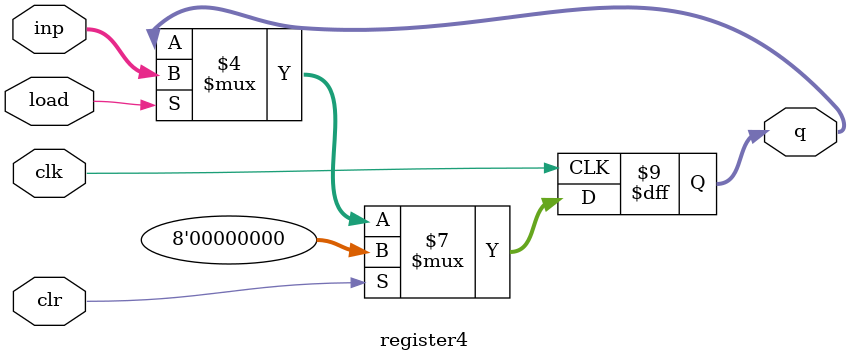
<source format=v>
module register4(load, clk, clr, inp, q);
	input load, clr, clk;
    input [8-1 : 0] inp;
	output reg [8-1 : 0] q;

	always @(posedge clk)
		if (clr == 1)
			q <= 0;
		else if (load == 1)
			q <= inp;
endmodule

</source>
